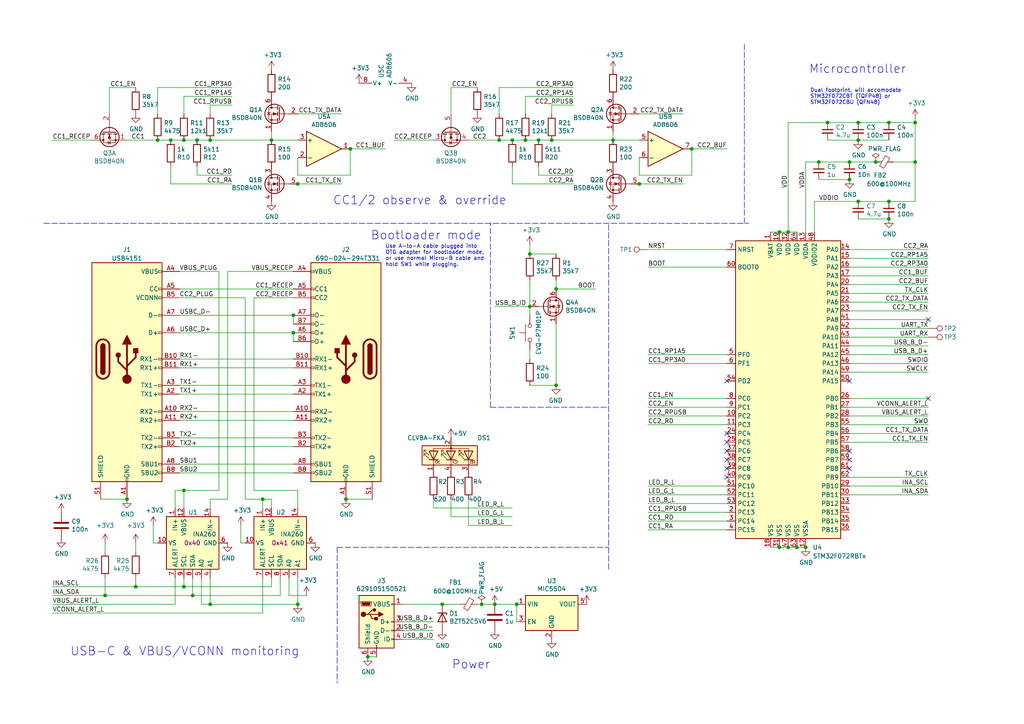
<source format=kicad_sch>
(kicad_sch (version 20211123) (generator eeschema)
  (paper "A4")
  (junction (at 30.48 172.72))
  (junction (at 143.51 175.26))
  (junction (at 86.36 53.34))
  (junction (at 246.38 46.99))
  (junction (at 254 46.99))
  (junction (at 240.03 35.56))
  (junction (at 160.02 40.64))
  (junction (at 248.92 40.64))
  (junction (at 53.34 40.64))
  (junction (at 45.72 40.64))
  (junction (at 161.29 83.82))
  (junction (at 139.7 175.26))
  (junction (at 36.83 144.78))
  (junction (at 200.66 43.18))
  (junction (at 100.33 144.78))
  (junction (at 149.86 175.26))
  (junction (at 39.37 170.18))
  (junction (at 237.49 46.99))
  (junction (at 228.6 67.31))
  (junction (at 76.2 144.78))
  (junction (at 55.88 172.72))
  (junction (at 161.29 111.76))
  (junction (at 226.06 67.31))
  (junction (at 53.34 170.18))
  (junction (at 60.96 175.26))
  (junction (at 106.68 190.5))
  (junction (at 246.38 52.07))
  (junction (at 226.06 158.75))
  (junction (at 144.78 40.64))
  (junction (at 128.27 175.26))
  (junction (at 85.09 91.44))
  (junction (at 148.59 40.64))
  (junction (at 60.96 40.64))
  (junction (at 85.09 96.52))
  (junction (at 257.81 58.42))
  (junction (at 265.43 46.99))
  (junction (at 153.67 73.66))
  (junction (at 265.43 35.56))
  (junction (at 185.42 53.34))
  (junction (at 257.81 35.56))
  (junction (at 248.92 35.56))
  (junction (at 53.34 142.24))
  (junction (at 152.4 40.64))
  (junction (at 49.53 40.64))
  (junction (at 228.6 158.75))
  (junction (at 101.6 43.18))
  (junction (at 86.36 175.26))
  (junction (at 248.92 58.42))
  (junction (at 231.14 158.75))
  (junction (at 257.81 63.5))
  (junction (at 156.21 40.64))
  (junction (at 57.15 40.64))
  (junction (at 233.68 158.75))
  (junction (at 153.67 88.9))
  (junction (at 177.8 40.64))
  (junction (at 78.74 40.64))
  (no_connect (at 269.24 115.57))
  (no_connect (at 246.38 135.89))
  (no_connect (at 246.38 110.49))
  (no_connect (at 210.82 110.49))
  (no_connect (at 210.82 128.27))
  (no_connect (at 210.82 125.73))
  (no_connect (at 210.82 130.81))
  (no_connect (at 210.82 133.35))
  (no_connect (at 210.82 135.89))
  (no_connect (at 210.82 138.43))
  (no_connect (at 246.38 130.81))
  (no_connect (at 246.38 133.35))
  (no_connect (at 269.24 92.71))
  (wire (pts (xy 246.38 128.27) (xy 269.24 128.27)))
  (wire (pts (xy 106.68 190.5) (xy 109.22 190.5)))
  (wire (pts (xy 44.45 152.4) (xy 44.45 157.48)))
  (wire (pts (xy 52.07 83.82) (xy 85.09 83.82)))
  (wire (pts (xy 257.81 35.56) (xy 248.92 35.56)))
  (wire (pts (xy 240.03 40.64) (xy 248.92 40.64)))
  (wire (pts (xy 52.07 106.68) (xy 85.09 106.68)))
  (wire (pts (xy 30.48 167.64) (xy 30.48 172.72)))
  (wire (pts (xy 76.2 144.78) (xy 71.12 144.78)))
  (wire (pts (xy 73.66 86.36) (xy 85.09 86.36)))
  (wire (pts (xy 50.8 142.24) (xy 53.34 142.24)))
  (wire (pts (xy 160.02 30.48) (xy 166.37 30.48)))
  (wire (pts (xy 269.24 143.51) (xy 246.38 143.51)))
  (wire (pts (xy 60.96 144.78) (xy 66.04 144.78)))
  (wire (pts (xy 78.74 40.64) (xy 78.74 38.1)))
  (wire (pts (xy 265.43 46.99) (xy 259.08 46.99)))
  (wire (pts (xy 269.24 77.47) (xy 246.38 77.47)))
  (wire (pts (xy 76.2 177.8) (xy 15.24 177.8)))
  (wire (pts (xy 53.34 167.64) (xy 53.34 170.18)))
  (wire (pts (xy 15.24 172.72) (xy 30.48 172.72)))
  (wire (pts (xy 148.59 53.34) (xy 166.37 53.34)))
  (wire (pts (xy 50.8 175.26) (xy 15.24 175.26)))
  (wire (pts (xy 185.42 50.8) (xy 200.66 50.8)))
  (wire (pts (xy 76.2 167.64) (xy 76.2 177.8)))
  (wire (pts (xy 49.53 48.26) (xy 49.53 53.34)))
  (wire (pts (xy 185.42 40.64) (xy 177.8 40.64)))
  (wire (pts (xy 200.66 43.18) (xy 210.82 43.18)))
  (wire (pts (xy 236.22 67.31) (xy 236.22 58.42)))
  (wire (pts (xy 86.36 142.24) (xy 73.66 142.24)))
  (wire (pts (xy 130.81 33.02) (xy 130.81 25.4)))
  (wire (pts (xy 78.74 147.32) (xy 78.74 144.78)))
  (wire (pts (xy 57.15 40.64) (xy 60.96 40.64)))
  (wire (pts (xy 60.96 175.26) (xy 86.36 175.26)))
  (wire (pts (xy 135.89 40.64) (xy 144.78 40.64)))
  (wire (pts (xy 187.96 105.41) (xy 210.82 105.41)))
  (wire (pts (xy 55.88 167.64) (xy 55.88 172.72)))
  (wire (pts (xy 53.34 147.32) (xy 53.34 142.24)))
  (wire (pts (xy 246.38 115.57) (xy 269.24 115.57)))
  (wire (pts (xy 39.37 170.18) (xy 53.34 170.18)))
  (wire (pts (xy 52.07 114.3) (xy 85.09 114.3)))
  (wire (pts (xy 86.36 50.8) (xy 101.6 50.8)))
  (wire (pts (xy 85.09 78.74) (xy 66.04 78.74)))
  (wire (pts (xy 135.89 152.4) (xy 148.59 152.4)))
  (wire (pts (xy 226.06 158.75) (xy 228.6 158.75)))
  (wire (pts (xy 248.92 58.42) (xy 257.81 58.42)))
  (wire (pts (xy 187.96 120.65) (xy 210.82 120.65)))
  (wire (pts (xy 78.74 40.64) (xy 60.96 40.64)))
  (wire (pts (xy 83.82 167.64) (xy 83.82 172.72)))
  (wire (pts (xy 223.52 158.75) (xy 226.06 158.75)))
  (wire (pts (xy 57.15 50.8) (xy 67.31 50.8)))
  (wire (pts (xy 153.67 111.76) (xy 161.29 111.76)))
  (wire (pts (xy 36.83 40.64) (xy 45.72 40.64)))
  (wire (pts (xy 210.82 115.57) (xy 187.96 115.57)))
  (wire (pts (xy 26.67 40.64) (xy 15.24 40.64)))
  (wire (pts (xy 60.96 147.32) (xy 60.96 144.78)))
  (wire (pts (xy 85.09 53.34) (xy 86.36 53.34)))
  (wire (pts (xy 69.85 152.4) (xy 69.85 157.48)))
  (wire (pts (xy 153.67 71.12) (xy 153.67 73.66)))
  (wire (pts (xy 50.8 167.64) (xy 50.8 175.26)))
  (wire (pts (xy 58.42 167.64) (xy 58.42 175.26)))
  (wire (pts (xy 246.38 123.19) (xy 269.24 123.19)))
  (wire (pts (xy 187.96 143.51) (xy 210.82 143.51)))
  (wire (pts (xy 257.81 40.64) (xy 248.92 40.64)))
  (wire (pts (xy 228.6 158.75) (xy 231.14 158.75)))
  (wire (pts (xy 116.84 185.42) (xy 125.73 185.42)))
  (polyline (pts (xy 142.24 118.11) (xy 142.24 64.77)))
  (wire (pts (xy 49.53 40.64) (xy 53.34 40.64)))
  (wire (pts (xy 29.21 144.78) (xy 36.83 144.78)))
  (wire (pts (xy 269.24 72.39) (xy 246.38 72.39)))
  (wire (pts (xy 269.24 74.93) (xy 246.38 74.93)))
  (wire (pts (xy 44.45 157.48) (xy 45.72 157.48)))
  (wire (pts (xy 52.07 96.52) (xy 85.09 96.52)))
  (wire (pts (xy 237.49 46.99) (xy 233.68 46.99)))
  (wire (pts (xy 138.43 175.26) (xy 139.7 175.26)))
  (wire (pts (xy 50.8 147.32) (xy 50.8 142.24)))
  (wire (pts (xy 187.96 77.47) (xy 210.82 77.47)))
  (wire (pts (xy 45.72 33.02) (xy 45.72 25.4)))
  (wire (pts (xy 149.86 175.26) (xy 149.86 180.34)))
  (wire (pts (xy 228.6 35.56) (xy 240.03 35.56)))
  (wire (pts (xy 265.43 35.56) (xy 265.43 46.99)))
  (polyline (pts (xy 176.53 165.1) (xy 176.53 64.77)))
  (wire (pts (xy 49.53 53.34) (xy 67.31 53.34)))
  (wire (pts (xy 71.12 144.78) (xy 71.12 86.36)))
  (wire (pts (xy 81.28 172.72) (xy 55.88 172.72)))
  (wire (pts (xy 185.42 33.02) (xy 198.12 33.02)))
  (wire (pts (xy 116.84 180.34) (xy 125.73 180.34)))
  (wire (pts (xy 231.14 158.75) (xy 233.68 158.75)))
  (wire (pts (xy 144.78 25.4) (xy 166.37 25.4)))
  (wire (pts (xy 265.43 35.56) (xy 257.81 35.56)))
  (wire (pts (xy 246.38 87.63) (xy 269.24 87.63)))
  (wire (pts (xy 86.36 40.64) (xy 78.74 40.64)))
  (wire (pts (xy 52.07 121.92) (xy 85.09 121.92)))
  (wire (pts (xy 60.96 30.48) (xy 67.31 30.48)))
  (wire (pts (xy 248.92 35.56) (xy 240.03 35.56)))
  (wire (pts (xy 52.07 91.44) (xy 85.09 91.44)))
  (wire (pts (xy 125.73 144.78) (xy 125.73 147.32)))
  (wire (pts (xy 160.02 33.02) (xy 160.02 30.48)))
  (wire (pts (xy 143.51 175.26) (xy 149.86 175.26)))
  (wire (pts (xy 246.38 90.17) (xy 269.24 90.17)))
  (wire (pts (xy 269.24 105.41) (xy 246.38 105.41)))
  (wire (pts (xy 161.29 111.76) (xy 161.29 93.98)))
  (wire (pts (xy 30.48 172.72) (xy 55.88 172.72)))
  (wire (pts (xy 200.66 50.8) (xy 200.66 43.18)))
  (wire (pts (xy 15.24 170.18) (xy 39.37 170.18)))
  (wire (pts (xy 231.14 67.31) (xy 228.6 67.31)))
  (wire (pts (xy 246.38 92.71) (xy 269.24 92.71)))
  (wire (pts (xy 66.04 78.74) (xy 66.04 144.78)))
  (wire (pts (xy 52.07 137.16) (xy 85.09 137.16)))
  (wire (pts (xy 130.81 149.86) (xy 148.59 149.86)))
  (wire (pts (xy 210.82 118.11) (xy 187.96 118.11)))
  (wire (pts (xy 246.38 52.07) (xy 237.49 52.07)))
  (wire (pts (xy 269.24 125.73) (xy 246.38 125.73)))
  (wire (pts (xy 60.96 33.02) (xy 60.96 30.48)))
  (wire (pts (xy 161.29 83.82) (xy 172.72 83.82)))
  (wire (pts (xy 269.24 138.43) (xy 246.38 138.43)))
  (wire (pts (xy 128.27 175.26) (xy 133.35 175.26)))
  (wire (pts (xy 86.36 33.02) (xy 99.06 33.02)))
  (wire (pts (xy 156.21 48.26) (xy 156.21 50.8)))
  (wire (pts (xy 269.24 118.11) (xy 246.38 118.11)))
  (wire (pts (xy 246.38 46.99) (xy 237.49 46.99)))
  (wire (pts (xy 187.96 123.19) (xy 210.82 123.19)))
  (wire (pts (xy 69.85 157.48) (xy 71.12 157.48)))
  (wire (pts (xy 130.81 144.78) (xy 130.81 149.86)))
  (wire (pts (xy 152.4 27.94) (xy 166.37 27.94)))
  (wire (pts (xy 153.67 88.9) (xy 153.67 91.44)))
  (wire (pts (xy 185.42 45.72) (xy 185.42 50.8)))
  (wire (pts (xy 78.74 170.18) (xy 53.34 170.18)))
  (wire (pts (xy 153.67 81.28) (xy 153.67 88.9)))
  (wire (pts (xy 153.67 73.66) (xy 161.29 73.66)))
  (wire (pts (xy 45.72 40.64) (xy 49.53 40.64)))
  (wire (pts (xy 45.72 25.4) (xy 67.31 25.4)))
  (wire (pts (xy 73.66 142.24) (xy 73.66 86.36)))
  (wire (pts (xy 101.6 43.18) (xy 111.76 43.18)))
  (wire (pts (xy 52.07 129.54) (xy 85.09 129.54)))
  (wire (pts (xy 223.52 67.31) (xy 226.06 67.31)))
  (wire (pts (xy 269.24 120.65) (xy 246.38 120.65)))
  (wire (pts (xy 144.78 40.64) (xy 148.59 40.64)))
  (wire (pts (xy 269.24 100.33) (xy 246.38 100.33)))
  (wire (pts (xy 135.89 144.78) (xy 135.89 152.4)))
  (wire (pts (xy 248.92 63.5) (xy 257.81 63.5)))
  (wire (pts (xy 144.78 33.02) (xy 144.78 25.4)))
  (wire (pts (xy 52.07 119.38) (xy 85.09 119.38)))
  (wire (pts (xy 52.07 104.14) (xy 85.09 104.14)))
  (polyline (pts (xy 97.79 158.75) (xy 97.79 198.12)))
  (wire (pts (xy 86.36 53.34) (xy 99.06 53.34)))
  (wire (pts (xy 71.12 86.36) (xy 52.07 86.36)))
  (wire (pts (xy 125.73 147.32) (xy 148.59 147.32)))
  (wire (pts (xy 177.8 40.64) (xy 177.8 38.1)))
  (wire (pts (xy 39.37 167.64) (xy 39.37 170.18)))
  (wire (pts (xy 233.68 46.99) (xy 233.68 67.31)))
  (wire (pts (xy 254 46.99) (xy 246.38 46.99)))
  (wire (pts (xy 269.24 140.97) (xy 246.38 140.97)))
  (wire (pts (xy 187.96 140.97) (xy 210.82 140.97)))
  (wire (pts (xy 187.96 151.13) (xy 210.82 151.13)))
  (wire (pts (xy 58.42 175.26) (xy 60.96 175.26)))
  (wire (pts (xy 63.5 78.74) (xy 52.07 78.74)))
  (wire (pts (xy 153.67 88.9) (xy 143.51 88.9)))
  (wire (pts (xy 100.33 144.78) (xy 107.95 144.78)))
  (wire (pts (xy 53.34 40.64) (xy 57.15 40.64)))
  (wire (pts (xy 185.42 53.34) (xy 198.12 53.34)))
  (wire (pts (xy 63.5 142.24) (xy 63.5 78.74)))
  (wire (pts (xy 187.96 102.87) (xy 210.82 102.87)))
  (wire (pts (xy 236.22 58.42) (xy 248.92 58.42)))
  (wire (pts (xy 246.38 107.95) (xy 269.24 107.95)))
  (wire (pts (xy 187.96 153.67) (xy 210.82 153.67)))
  (wire (pts (xy 246.38 102.87) (xy 269.24 102.87)))
  (wire (pts (xy 52.07 127) (xy 85.09 127)))
  (wire (pts (xy 187.96 146.05) (xy 210.82 146.05)))
  (wire (pts (xy 161.29 81.28) (xy 161.29 83.82)))
  (wire (pts (xy 53.34 33.02) (xy 53.34 27.94)))
  (wire (pts (xy 269.24 80.01) (xy 246.38 80.01)))
  (wire (pts (xy 228.6 35.56) (xy 228.6 67.31)))
  (wire (pts (xy 86.36 142.24) (xy 86.36 147.32)))
  (wire (pts (xy 153.67 101.6) (xy 153.67 104.14)))
  (wire (pts (xy 101.6 50.8) (xy 101.6 43.18)))
  (wire (pts (xy 85.09 93.98) (xy 85.09 91.44)))
  (wire (pts (xy 269.24 82.55) (xy 246.38 82.55)))
  (wire (pts (xy 156.21 40.64) (xy 160.02 40.64)))
  (wire (pts (xy 265.43 58.42) (xy 257.81 58.42)))
  (wire (pts (xy 30.48 157.48) (xy 30.48 160.02)))
  (wire (pts (xy 116.84 182.88) (xy 125.73 182.88)))
  (wire (pts (xy 265.43 34.29) (xy 265.43 35.56)))
  (wire (pts (xy 152.4 40.64) (xy 156.21 40.64)))
  (wire (pts (xy 269.24 95.25) (xy 246.38 95.25)))
  (wire (pts (xy 76.2 147.32) (xy 76.2 144.78)))
  (wire (pts (xy 177.8 40.64) (xy 160.02 40.64)))
  (wire (pts (xy 228.6 67.31) (xy 226.06 67.31)))
  (wire (pts (xy 187.96 148.59) (xy 210.82 148.59)))
  (wire (pts (xy 265.43 46.99) (xy 265.43 58.42)))
  (wire (pts (xy 78.74 167.64) (xy 78.74 170.18)))
  (wire (pts (xy 139.7 175.26) (xy 143.51 175.26)))
  (wire (pts (xy 57.15 48.26) (xy 57.15 50.8)))
  (wire (pts (xy 78.74 144.78) (xy 76.2 144.78)))
  (wire (pts (xy 52.07 134.62) (xy 85.09 134.62)))
  (wire (pts (xy 269.24 85.09) (xy 246.38 85.09)))
  (wire (pts (xy 148.59 48.26) (xy 148.59 53.34)))
  (polyline (pts (xy 12.7 64.77) (xy 217.17 64.77)))
  (wire (pts (xy 187.96 72.39) (xy 210.82 72.39)))
  (wire (pts (xy 85.09 99.06) (xy 85.09 96.52)))
  (wire (pts (xy 53.34 27.94) (xy 67.31 27.94)))
  (wire (pts (xy 52.07 111.76) (xy 85.09 111.76)))
  (wire (pts (xy 152.4 33.02) (xy 152.4 27.94)))
  (wire (pts (xy 83.82 172.72) (xy 88.9 172.72)))
  (wire (pts (xy 60.96 167.64) (xy 60.96 175.26)))
  (wire (pts (xy 148.59 40.64) (xy 152.4 40.64)))
  (wire (pts (xy 116.84 175.26) (xy 128.27 175.26)))
  (wire (pts (xy 156.21 50.8) (xy 166.37 50.8)))
  (polyline (pts (xy 97.79 158.75) (xy 176.53 158.75)))
  (wire (pts (xy 31.75 33.02) (xy 31.75 25.4)))
  (wire (pts (xy 86.36 175.26) (xy 86.36 167.64)))
  (polyline (pts (xy 215.9 64.77) (xy 215.9 12.7)))
  (wire (pts (xy 31.75 25.4) (xy 39.37 25.4)))
  (wire (pts (xy 130.81 25.4) (xy 138.43 25.4)))
  (wire (pts (xy 53.34 142.24) (xy 63.5 142.24)))
  (wire (pts (xy 125.73 40.64) (xy 114.3 40.64)))
  (polyline (pts (xy 142.24 118.11) (xy 176.53 118.11)))
  (wire (pts (xy 184.15 53.34) (xy 185.42 53.34)))
  (wire (pts (xy 81.28 167.64) (xy 81.28 172.72)))
  (wire (pts (xy 39.37 160.02) (xy 39.37 157.48)))
  (wire (pts (xy 246.38 97.79) (xy 269.24 97.79)))
  (wire (pts (xy 86.36 45.72) (xy 86.36 50.8)))
  (text "Bootloader mode" (at 139.7 69.85 180) (effects (font (size 2.4892 2.4892)) (justify right bottom)))
  (text "Dual footprint, will accomodate\nSTM32F072CBT (TQFP48) or\nSTM32F072CBU (QFN48)" (at 234.95 30.48 0) (effects (font (size 1.0922 1.0922)) (justify left bottom)))
  (text "Power" (at 142.24 194.31 180) (effects (font (size 2.4892 2.4892)) (justify right bottom)))
  (text "Use A-to-A cable plugged into\nOTG adapter for bootloader mode,\nor use normal Micro-B cable and\nhold SW1 while plugging." (at 111.76 77.47 0) (effects (font (size 1.0922 1.0922)) (justify left bottom)))
  (text "Microcontroller" (at 262.89 21.59 180) (effects (font (size 2.4892 2.4892)) (justify right bottom)))
  (text "USB-C & VBUS/VCONN monitoring" (at 20.32 190.5 0) (effects (font (size 2.4892 2.4892)) (justify left bottom)))
  (text "CC1/2 observe & override" (at 96.52 59.69 0) (effects (font (size 2.4892 2.4892)) (justify left bottom)))
  (label "INA_SDA" (at 15.24 172.72 0))
  (label "INA_SCL" (at 269.24 140.97 180))
  (label "VBUS_ALERT_L" (at 269.24 120.65 180))
  (label "LED_G_L" (at 138.43 149.86 0))
  (label "VBUS_RECEP" (at 85.09 78.74 180))
  (label "VBUS_ALERT_L" (at 15.24 175.26 0))
  (label "USB_B_D+" (at 269.24 102.87 180))
  (label "CC1_TX_DATA" (at 99.06 33.02 180))
  (label "CC1_RP1A5" (at 67.31 27.94 180))
  (label "CC2_RP3A0" (at 166.37 25.4 180))
  (label "VDD" (at 228.6 54.61 90))
  (label "TX_CLK" (at 269.24 138.43 180))
  (label "RX2+" (at 52.07 121.92 0))
  (label "CC2_PLUG" (at 52.07 86.36 0))
  (label "UART_TX" (at 269.24 95.25 180))
  (label "CC1_RD" (at 67.31 50.8 180))
  (label "CC2_RPUSB" (at 166.37 30.48 180))
  (label "TX1-" (at 52.07 111.76 0))
  (label "USB_B_ID" (at 125.73 185.42 180))
  (label "VDDIO" (at 237.49 58.42 0))
  (label "UART_RX" (at 269.24 97.79 180))
  (label "CC1_BUF" (at 269.24 80.01 180))
  (label "CC1_EN" (at 187.96 115.57 0))
  (label "SWCLK" (at 269.24 107.95 180))
  (label "CC1_TX_EN" (at 99.06 53.34 180))
  (label "RX2-" (at 52.07 119.38 0))
  (label "CC2_RP3A0" (at 269.24 77.47 180))
  (label "VCONN_ALERT_L" (at 15.24 177.8 0))
  (label "VCONN_ALERT_L" (at 269.24 118.11 180))
  (label "INA_SDA" (at 269.24 143.51 180))
  (label "CC2_TX_DATA" (at 198.12 33.02 180))
  (label "LED_G_L" (at 187.96 143.51 0))
  (label "CC1" (at 38.1 40.64 0))
  (label "CC2_BUF" (at 269.24 82.55 180))
  (label "TX2+" (at 52.07 129.54 0))
  (label "LED_R_L" (at 138.43 147.32 0))
  (label "USB_B_ID" (at 143.51 88.9 0))
  (label "INA_SCL" (at 15.24 170.18 0))
  (label "TX_CLK" (at 269.24 85.09 180))
  (label "CC1_TX_EN" (at 269.24 128.27 180))
  (label "VDDA" (at 233.68 54.61 90))
  (label "CC2_RPUSB" (at 187.96 120.65 0))
  (label "CC2_RA" (at 166.37 53.34 180))
  (label "SWDIO" (at 269.24 105.41 180))
  (label "CC1_RPUSB" (at 67.31 30.48 180))
  (label "CC2_TX_EN" (at 198.12 53.34 180))
  (label "CC1_RP3A0" (at 67.31 25.4 180))
  (label "RX1+" (at 52.07 106.68 0))
  (label "CC2_EN" (at 187.96 118.11 0))
  (label "LED_R_L" (at 187.96 140.97 0))
  (label "CC2_EN" (at 138.43 25.4 180))
  (label "LED_B_L" (at 138.43 152.4 0))
  (label "CC1_RP3A0" (at 187.96 105.41 0))
  (label "VBUS_PLUG" (at 52.07 78.74 0))
  (label "CC1_RA" (at 187.96 153.67 0))
  (label "CC2_RP1A5" (at 269.24 74.93 180))
  (label "BOOT" (at 172.72 83.82 180))
  (label "SWO" (at 269.24 123.19 180))
  (label "CC2_RD" (at 166.37 50.8 180))
  (label "LED_B_L" (at 187.96 146.05 0))
  (label "USB_B_D-" (at 125.73 182.88 180))
  (label "CC1_BUF" (at 111.76 43.18 180))
  (label "CC2" (at 137.16 40.64 0))
  (label "CC2_RD" (at 187.96 123.19 0))
  (label "CC2_BUF" (at 210.82 43.18 180))
  (label "USB_B_D-" (at 269.24 100.33 180))
  (label "CC1_RA" (at 67.31 53.34 180))
  (label "CC2_TX_EN" (at 269.24 90.17 180))
  (label "SBU2" (at 52.07 137.16 0))
  (label "CC2_RECEP" (at 85.09 86.36 180))
  (label "TX2-" (at 52.07 127 0))
  (label "USB_B_D+" (at 125.73 180.34 180))
  (label "SBU1" (at 52.07 134.62 0))
  (label "BOOT" (at 187.96 77.47 0))
  (label "CC1_RECEP" (at 15.24 40.64 0))
  (label "NRST" (at 187.96 72.39 0))
  (label "CC1_RPUSB" (at 187.96 148.59 0))
  (label "USBC_D+" (at 52.07 96.52 0))
  (label "CC1_RECEP" (at 85.09 83.82 180))
  (label "CC1_RP1A5" (at 187.96 102.87 0))
  (label "CC1_TX_DATA" (at 269.24 125.73 180))
  (label "CC2_RECEP" (at 114.3 40.64 0))
  (label "TX1+" (at 52.07 114.3 0))
  (label "CC1_EN" (at 39.37 25.4 180))
  (label "CC1_RD" (at 187.96 151.13 0))
  (label "CC2_TX_DATA" (at 269.24 87.63 180))
  (label "CC2_RA" (at 269.24 72.39 180))
  (label "USBC_D-" (at 52.07 91.44 0))
  (label "RX1-" (at 52.07 104.14 0))
  (label "CC2_RP1A5" (at 166.37 27.94 180))
  (symbol (lib_id "twonkie:USB_C_Plug") (at 36.83 104.14 0) (unit 1)
    (property "Reference" "J1" (at 36.83 72.39 0))
    (property "Value" "USB4151" (at 36.83 74.93 0))
    (property "Footprint" "twonkie:USB_C_Plug_Wurth_632712000011" (effects hide))
    (property "Datasheet" "https://www.usb.org/sites/default/files/documents/usb_type-c.zip" (effects hide))
    (property "DigiKey P/N" "2073-USB4151-GF-CCT-ND" (effects hide))
    (property "Manufacturer" "GCT" (effects hide))
    (property "Mfg P/N" "USB4151-GF-C" (effects hide))
  )
  (symbol (lib_id "twonkie:USB_C_Receptacle") (at 100.33 104.14 0) (mirror y) (unit 1)
    (property "Reference" "J2" (at 99.06 72.39 0) (effects (justify right)))
    (property "Value" "690-024-294T331" (at 91.44 74.93 0) (effects (justify right)))
    (property "Footprint" "Connector_USB:USB_C_Receptacle_Amphenol_12401548E4-2A" (effects hide))
    (property "Datasheet" "https://www.usb.org/sites/default/files/documents/usb_type-c.zip" (effects hide))
    (property "DigiKey P/N" "151-1601-1-ND" (effects hide))
    (property "Manufacturer" "EDAC" (effects hide))
    (property "Mfg P/N" "690-024-294T331" (effects hide))
  )
  (symbol (lib_id "Connector:USB_B_Micro") (at 109.22 180.34 0) (unit 1)
    (property "Reference" "J3" (at 110.6678 168.4782 0))
    (property "Value" "629105150521" (at 110.6678 170.7896 0))
    (property "Footprint" "Connector_USB:USB_Micro-B_Wuerth_629105150521" (effects hide))
    (property "DigiKey P/N" "732-5960-1-ND" (effects hide))
    (property "Manufacturer" "Würth" (effects hide))
    (property "Mfg P/N" "629105150521" (effects hide))
  )
  (symbol (lib_id "Device:LED_RABG") (at 130.81 132.08 90) (unit 1)
    (property "Reference" "DS1" (at 138.43 127 90) (effects (justify right)))
    (property "Value" "CLVBA-FKA" (at 118.11 127 90) (effects (justify right)))
    (property "Footprint" "LED_SMD:LED_Cree-PLCC4_3.2x2.8mm_CCW" (effects hide))
    (property "DigiKey P/N" "CLVBA-FKA-CAEDH8BBB7A363CT-ND" (effects hide))
    (property "Manufacturer" "Cree" (effects hide))
    (property "Mfg P/N" "CLVBA-FKA-CAEDH8BBB7A363" (effects hide))
  )
  (symbol (lib_id "Regulator_Linear:MIC5504-3.3YM5") (at 160.02 177.8 0) (unit 1)
    (property "Reference" "U3" (at 160.02 168.4782 0))
    (property "Value" "MIC5504" (at 160.02 170.7896 0))
    (property "Footprint" "Package_TO_SOT_SMD:SOT-23-5" (effects hide))
    (property "Datasheet" "https://www.analog.com/media/en/technical-documentation/data-sheets/AD8610_8620.pdf" (effects hide))
    (property "DigiKey P/N" "576-4764-1-ND" (effects hide))
    (property "Manufacturer" "Microchip" (effects hide))
    (property "Mfg P/N" "MIC5504-3.3YM5-TR" (effects hide))
  )
  (symbol (lib_id "Sensor:INA260") (at 55.88 157.48 90) (mirror x) (unit 1)
    (property "Reference" "U1" (at 54.61 148.59 90) (effects (justify right)))
    (property "Value" "INA260" (at 55.88 154.94 90) (effects (justify right)))
    (property "Footprint" "Package_SO:TSSOP-16_4.4x5mm_P0.65mm" (effects hide))
    (property "Datasheet" "https://www.analog.com/media/en/technical-documentation/data-sheets/AD8610_8620.pdf" (effects hide))
    (property "I2C addr" "0x40" (at 53.34 157.48 90) (effects (justify right)))
    (property "DigiKey P/N" "296-47777-1-ND" (effects hide))
    (property "Manufacturer" "TI" (effects hide))
    (property "Mfg P/N" "INA260AIPWR" (effects hide))
  )
  (symbol (lib_id "Sensor:INA260") (at 81.28 157.48 90) (mirror x) (unit 1)
    (property "Reference" "U2" (at 80.01 148.59 90) (effects (justify right)))
    (property "Value" "INA260" (at 81.28 154.94 90) (effects (justify right)))
    (property "Footprint" "Package_SO:TSSOP-16_4.4x5mm_P0.65mm" (effects hide))
    (property "Datasheet" "https://www.analog.com/media/en/technical-documentation/data-sheets/AD8610_8620.pdf" (effects hide))
    (property "I2C addr" "0x41" (at 78.74 157.48 90) (effects (justify right)))
    (property "DigiKey P/N" "296-47777-1-ND" (effects hide))
    (property "Manufacturer" "TI" (effects hide))
    (property "Mfg P/N" "INA260AIPWR" (effects hide))
  )
  (symbol (lib_id "Diode:BZT52Bxx") (at 128.27 179.07 270) (unit 1)
    (property "Reference" "D1" (at 130.302 177.9016 90) (effects (justify left)))
    (property "Value" "BZT52C5V6" (at 130.302 180.213 90) (effects (justify left)))
    (property "Footprint" "Diode_SMD:D_SOD-123" (effects hide))
    (property "Datasheet" "https://diotec.com/tl_files/diotec/files/pdf/datasheets/bzt52b2v4.pdf" (effects hide))
    (property "DigiKey P/N" "BZT52C5V6-13-FDICT-ND" (effects hide))
    (property "Mfg P/N" "BZT52C5V6-13-F" (effects hide))
    (property "Manufacturer" "Diodes Inc." (effects hide))
  )
  (symbol (lib_id "Transistor_FET:FDG6335N") (at 81.28 33.02 0) (mirror y) (unit 1)
    (property "Reference" "Q1" (at 76.073 31.8516 0) (effects (justify left)))
    (property "Value" "BSD840N" (at 76.073 34.163 0) (effects (justify left)))
    (property "Footprint" "Package_TO_SOT_SMD:SOT-363_SC-70-6" (effects hide))
    (property "Datasheet" "http://www.gneic.com/product/datasheet/FDG6335N-1122853.pdf" (effects hide))
    (property "DigiKey P/N" "BSD840NH6327XTSA1CT-ND" (effects hide))
    (property "Manufacturer" "Infineon" (effects hide))
    (property "Mfg P/N" "BSD840NH6327XTSA1" (effects hide))
  )
  (symbol (lib_id "Amplifier_Operational:AD8620") (at 93.98 43.18 0) (unit 1)
    (property "Reference" "U5" (at 93.98 33.8582 0))
    (property "Value" "AD8606" (at 93.98 36.1696 0))
    (property "Footprint" "Package_SO:MSOP-8_3x3mm_P0.65mm" (effects hide))
    (property "Datasheet" "https://www.analog.com/media/en/technical-documentation/data-sheets/AD8610_8620.pdf" (effects hide))
    (property "DigiKey P/N" "AD8606ARMZREELCT-ND" (effects hide))
    (property "Manufacturer" "Analog Devices" (effects hide))
    (property "Mfg P/N" "AD8606ARMZ-REEL" (effects hide))
  )
  (symbol (lib_id "power:GND") (at 100.33 144.78 0) (unit 1)
    (property "Reference" "#PWR0101" (effects hide))
    (property "Value" "GND" (at 100.457 149.1742 0))
  )
  (symbol (lib_id "power:GND") (at 36.83 144.78 0) (unit 1)
    (property "Reference" "#PWR0102" (effects hide))
    (property "Value" "GND" (at 36.957 149.1742 0))
  )
  (symbol (lib_id "power:+3V3") (at 44.45 152.4 0) (unit 1)
    (property "Reference" "#PWR0103" (effects hide))
    (property "Value" "+3V3" (at 44.831 148.0058 0))
  )
  (symbol (lib_id "power:+3V3") (at 69.85 152.4 0) (unit 1)
    (property "Reference" "#PWR0104" (effects hide))
    (property "Value" "+3V3" (at 70.231 148.0058 0))
  )
  (symbol (lib_id "power:GND") (at 91.44 157.48 0) (unit 1)
    (property "Reference" "#PWR0105" (effects hide))
    (property "Value" "GND" (at 91.567 161.8742 0))
  )
  (symbol (lib_id "power:GND") (at 66.04 157.48 0) (unit 1)
    (property "Reference" "#PWR0106" (effects hide))
    (property "Value" "GND" (at 66.167 161.8742 0))
  )
  (symbol (lib_id "power:GND") (at 86.36 175.26 0) (unit 1)
    (property "Reference" "#PWR0107" (effects hide))
    (property "Value" "GND" (at 86.487 179.6542 0))
  )
  (symbol (lib_id "power:+3V3") (at 88.9 172.72 0) (unit 1)
    (property "Reference" "#PWR0108" (effects hide))
    (property "Value" "+3V3" (at 89.281 168.3258 0))
  )
  (symbol (lib_id "Device:Ferrite_Bead_Small") (at 135.89 175.26 270) (unit 1)
    (property "Reference" "FB1" (at 132.08 168.91 90))
    (property "Value" "600@100MHz" (at 132.08 171.45 90))
    (property "Footprint" "Inductor_SMD:L_0402_1005Metric" (effects hide))
    (property "DigiKey P/N" "490-1006-1-ND" (effects hide))
    (property "Mfg P/N" "BLM15AG601SN1D" (effects hide))
    (property "Manufacturer" "MuRata" (effects hide))
  )
  (symbol (lib_id "Device:C") (at 143.51 179.07 0) (unit 1)
    (property "Reference" "C1" (at 146.431 177.9016 0) (effects (justify left)))
    (property "Value" "1u" (at 146.431 180.213 0) (effects (justify left)))
    (property "Footprint" "Capacitor_SMD:C_0402_1005Metric" (effects hide))
    (property "DigiKey P/N" "1276-1235-1-ND" (effects hide))
    (property "Manufacturer" "Samsung Electro-Mechanics" (effects hide))
    (property "Mfg P/N" "CL05A105MQ5NNNC" (effects hide))
  )
  (symbol (lib_id "power:GND") (at 106.68 190.5 0) (unit 1)
    (property "Reference" "#PWR0109" (effects hide))
    (property "Value" "GND" (at 106.807 194.8942 0))
  )
  (symbol (lib_id "power:GND") (at 128.27 182.88 0) (unit 1)
    (property "Reference" "#PWR0110" (effects hide))
    (property "Value" "GND" (at 128.397 187.2742 0))
  )
  (symbol (lib_id "power:GND") (at 143.51 182.88 0) (unit 1)
    (property "Reference" "#PWR0111" (effects hide))
    (property "Value" "GND" (at 143.637 187.2742 0))
  )
  (symbol (lib_id "power:GND") (at 160.02 185.42 0) (unit 1)
    (property "Reference" "#PWR0112" (effects hide))
    (property "Value" "GND" (at 160.147 189.8142 0))
  )
  (symbol (lib_id "power:+3V3") (at 170.18 175.26 0) (unit 1)
    (property "Reference" "#PWR0113" (effects hide))
    (property "Value" "+3V3" (at 170.561 170.8658 0))
  )
  (symbol (lib_id "power:+5V") (at 143.51 175.26 0) (unit 1)
    (property "Reference" "#PWR0114" (effects hide))
    (property "Value" "+5V" (at 143.891 170.8658 0))
  )
  (symbol (lib_id "power:+5V") (at 130.81 127 0) (unit 1)
    (property "Reference" "#PWR0115" (effects hide))
    (property "Value" "+5V" (at 133.35 125.73 0))
  )
  (symbol (lib_id "Device:R") (at 78.74 44.45 0) (unit 1)
    (property "Reference" "R15" (at 80.518 43.2816 0) (effects (justify left)))
    (property "Value" "100" (at 80.518 45.593 0) (effects (justify left)))
    (property "Footprint" "Resistor_SMD:R_0402_1005Metric" (effects hide))
    (property "Mfg P/N" "RC0402FR-07100RL" (effects hide))
    (property "Manufacturer" "Yageo" (effects hide))
  )
  (symbol (lib_id "Transistor_FET:FDG6335N") (at 81.28 53.34 0) (mirror y) (unit 2)
    (property "Reference" "Q1" (at 76.073 52.1716 0) (effects (justify left)))
    (property "Value" "BSD840N" (at 76.073 54.483 0) (effects (justify left)))
    (property "Footprint" "Package_TO_SOT_SMD:SOT-363_SC-70-6" (effects hide))
    (property "Datasheet" "http://www.gneic.com/product/datasheet/FDG6335N-1122853.pdf" (effects hide))
    (property "DigiKey P/N" "BSD840NH6327XTSA1CT-ND" (effects hide))
    (property "Manufacturer" "Infineon" (effects hide))
    (property "Mfg P/N" "BSD840NH6327XTSA1" (effects hide))
  )
  (symbol (lib_id "Device:R") (at 60.96 36.83 0) (unit 1)
    (property "Reference" "R13" (at 62.738 35.6616 0) (effects (justify left)))
    (property "Value" "35k7" (at 62.738 37.973 0) (effects (justify left)))
    (property "Footprint" "Resistor_SMD:R_0402_1005Metric" (effects hide))
    (property "Mfg P/N" "RC0402FR-0735K7L" (effects hide))
    (property "Manufacturer" "Yageo" (effects hide))
  )
  (symbol (lib_id "Device:R") (at 57.15 44.45 0) (mirror x) (unit 1)
    (property "Reference" "R12" (at 58.928 45.6184 0) (effects (justify left)))
    (property "Value" "5k11" (at 58.928 43.307 0) (effects (justify left)))
    (property "Footprint" "Resistor_SMD:R_0402_1005Metric" (effects hide))
    (property "Mfg P/N" "RC0402FR-075K11L" (effects hide))
    (property "Manufacturer" "Yageo" (effects hide))
  )
  (symbol (lib_id "Device:R") (at 53.34 36.83 0) (unit 1)
    (property "Reference" "R11" (at 55.118 35.6616 0) (effects (justify left)))
    (property "Value" "12k1" (at 55.118 37.973 0) (effects (justify left)))
    (property "Footprint" "Resistor_SMD:R_0402_1005Metric" (effects hide))
    (property "Mfg P/N" "RC0402FR-0712K1L" (effects hide))
    (property "Manufacturer" "Yageo" (effects hide))
  )
  (symbol (lib_id "Device:R") (at 49.53 44.45 0) (mirror x) (unit 1)
    (property "Reference" "R10" (at 51.308 45.6184 0) (effects (justify left)))
    (property "Value" "1k" (at 51.308 43.307 0) (effects (justify left)))
    (property "Footprint" "Resistor_SMD:R_0402_1005Metric" (effects hide))
    (property "Mfg P/N" "RC0402FR-071KL" (effects hide))
    (property "Manufacturer" "Yageo" (effects hide))
  )
  (symbol (lib_id "Device:R") (at 45.72 36.83 0) (unit 1)
    (property "Reference" "R9" (at 47.498 35.6616 0) (effects (justify left)))
    (property "Value" "4k75" (at 47.498 37.973 0) (effects (justify left)))
    (property "Footprint" "Resistor_SMD:R_0402_1005Metric" (effects hide))
    (property "Mfg P/N" "RC0402FR-074K75L" (effects hide))
    (property "Manufacturer" "Yageo" (effects hide))
  )
  (symbol (lib_id "Transistor_FET:FDG6335N") (at 180.34 33.02 0) (mirror y) (unit 1)
    (property "Reference" "Q2" (at 175.133 31.8516 0) (effects (justify left)))
    (property "Value" "BSD840N" (at 175.133 34.163 0) (effects (justify left)))
    (property "Footprint" "Package_TO_SOT_SMD:SOT-363_SC-70-6" (effects hide))
    (property "Datasheet" "http://www.gneic.com/product/datasheet/FDG6335N-1122853.pdf" (effects hide))
    (property "DigiKey P/N" "BSD840NH6327XTSA1CT-ND" (effects hide))
    (property "Manufacturer" "Infineon" (effects hide))
    (property "Mfg P/N" "BSD840NH6327XTSA1" (effects hide))
  )
  (symbol (lib_id "Amplifier_Operational:AD8620") (at 193.04 43.18 0) (unit 2)
    (property "Reference" "U5" (at 193.04 33.8582 0))
    (property "Value" "AD8606" (at 193.04 36.1696 0))
    (property "Footprint" "Package_SO:MSOP-8_3x3mm_P0.65mm" (effects hide))
    (property "Datasheet" "https://www.analog.com/media/en/technical-documentation/data-sheets/AD8610_8620.pdf" (effects hide))
    (property "DigiKey P/N" "AD8606ARMZREELCT-ND" (effects hide))
    (property "Manufacturer" "Analog Devices" (effects hide))
    (property "Mfg P/N" "AD8606ARMZ-REEL" (effects hide))
  )
  (symbol (lib_id "Device:R") (at 177.8 44.45 0) (unit 1)
    (property "Reference" "R23" (at 179.578 43.2816 0) (effects (justify left)))
    (property "Value" "100" (at 179.578 45.593 0) (effects (justify left)))
    (property "Footprint" "Resistor_SMD:R_0402_1005Metric" (effects hide))
    (property "Mfg P/N" "RC0402FR-07100RL" (effects hide))
    (property "Manufacturer" "Yageo" (effects hide))
  )
  (symbol (lib_id "Transistor_FET:FDG6335N") (at 180.34 53.34 0) (mirror y) (unit 2)
    (property "Reference" "Q2" (at 175.133 52.1716 0) (effects (justify left)))
    (property "Value" "BSD840N" (at 175.133 54.483 0) (effects (justify left)))
    (property "Footprint" "Package_TO_SOT_SMD:SOT-363_SC-70-6" (effects hide))
    (property "Datasheet" "http://www.gneic.com/product/datasheet/FDG6335N-1122853.pdf" (effects hide))
    (property "DigiKey P/N" "BSD840NH6327XTSA1CT-ND" (effects hide))
    (property "Manufacturer" "Infineon" (effects hide))
    (property "Mfg P/N" "BSD840NH6327XTSA1" (effects hide))
  )
  (symbol (lib_id "Device:R") (at 160.02 36.83 0) (unit 1)
    (property "Reference" "R21" (at 161.798 35.6616 0) (effects (justify left)))
    (property "Value" "35k7" (at 161.798 37.973 0) (effects (justify left)))
    (property "Footprint" "Resistor_SMD:R_0402_1005Metric" (effects hide))
    (property "Mfg P/N" "RC0402FR-0735K7L" (effects hide))
    (property "Manufacturer" "Yageo" (effects hide))
  )
  (symbol (lib_id "Device:R") (at 156.21 44.45 0) (mirror x) (unit 1)
    (property "Reference" "R20" (at 157.988 45.6184 0) (effects (justify left)))
    (property "Value" "5k11" (at 157.988 43.307 0) (effects (justify left)))
    (property "Footprint" "Resistor_SMD:R_0402_1005Metric" (effects hide))
    (property "Mfg P/N" "RC0402FR-075K11L" (effects hide))
    (property "Manufacturer" "Yageo" (effects hide))
  )
  (symbol (lib_id "Device:R") (at 152.4 36.83 0) (unit 1)
    (property "Reference" "R19" (at 154.178 35.6616 0) (effects (justify left)))
    (property "Value" "12k1" (at 154.178 37.973 0) (effects (justify left)))
    (property "Footprint" "Resistor_SMD:R_0402_1005Metric" (effects hide))
    (property "Mfg P/N" "RC0402FR-0712K1L" (effects hide))
    (property "Manufacturer" "Yageo" (effects hide))
  )
  (symbol (lib_id "Device:R") (at 148.59 44.45 0) (mirror x) (unit 1)
    (property "Reference" "R18" (at 150.368 45.6184 0) (effects (justify left)))
    (property "Value" "1k" (at 150.368 43.307 0) (effects (justify left)))
    (property "Footprint" "Resistor_SMD:R_0402_1005Metric" (effects hide))
    (property "Mfg P/N" "RC0402FR-071KL" (effects hide))
    (property "Manufacturer" "Yageo" (effects hide))
  )
  (symbol (lib_id "Device:R") (at 144.78 36.83 0) (unit 1)
    (property "Reference" "R17" (at 146.558 35.6616 0) (effects (justify left)))
    (property "Value" "4k75" (at 146.558 37.973 0) (effects (justify left)))
    (property "Footprint" "Resistor_SMD:R_0402_1005Metric" (effects hide))
    (property "Mfg P/N" "RC0402FR-074K75L" (effects hide))
    (property "Manufacturer" "Yageo" (effects hide))
  )
  (symbol (lib_id "Transistor_FET:FDG6335N") (at 31.75 38.1 90) (mirror x) (unit 1)
    (property "Reference" "Q3" (at 31.75 44.4246 90))
    (property "Value" "BSD840N" (at 31.75 46.736 90))
    (property "Footprint" "Package_TO_SOT_SMD:SOT-363_SC-70-6" (effects hide))
    (property "Datasheet" "http://www.gneic.com/product/datasheet/FDG6335N-1122853.pdf" (effects hide))
    (property "DigiKey P/N" "BSD840NH6327XTSA1CT-ND" (effects hide))
    (property "Manufacturer" "Infineon" (effects hide))
    (property "Mfg P/N" "BSD840NH6327XTSA1" (effects hide))
  )
  (symbol (lib_id "Device:R") (at 39.37 29.21 0) (unit 1)
    (property "Reference" "R8" (at 41.148 28.0416 0) (effects (justify left)))
    (property "Value" "35k7" (at 41.148 30.353 0) (effects (justify left)))
    (property "Footprint" "Resistor_SMD:R_0402_1005Metric" (effects hide))
    (property "Mfg P/N" "RC0402FR-0735K7L" (effects hide))
    (property "Manufacturer" "Yageo" (effects hide))
  )
  (symbol (lib_id "power:GND") (at 39.37 33.02 0) (unit 1)
    (property "Reference" "#PWR0130" (effects hide))
    (property "Value" "GND" (at 39.497 37.4142 0))
  )
  (symbol (lib_id "power:GND") (at 78.74 58.42 0) (unit 1)
    (property "Reference" "#PWR0129" (effects hide))
    (property "Value" "GND" (at 78.867 62.8142 0))
  )
  (symbol (lib_id "power:GND") (at 177.8 58.42 0) (unit 1)
    (property "Reference" "#PWR0128" (effects hide))
    (property "Value" "GND" (at 177.927 62.8142 0))
  )
  (symbol (lib_id "power:+3V3") (at 78.74 20.32 0) (unit 1)
    (property "Reference" "#PWR0131" (effects hide))
    (property "Value" "+3V3" (at 79.121 15.9258 0))
  )
  (symbol (lib_id "Transistor_FET:FDG6335N") (at 130.81 38.1 90) (mirror x) (unit 2)
    (property "Reference" "Q3" (at 130.81 44.4246 90))
    (property "Value" "BSD840N" (at 130.81 46.736 90))
    (property "Footprint" "Package_TO_SOT_SMD:SOT-363_SC-70-6" (effects hide))
    (property "Datasheet" "http://www.gneic.com/product/datasheet/FDG6335N-1122853.pdf" (effects hide))
    (property "DigiKey P/N" "BSD840NH6327XTSA1CT-ND" (effects hide))
    (property "Manufacturer" "Infineon" (effects hide))
    (property "Mfg P/N" "BSD840NH6327XTSA1" (effects hide))
  )
  (symbol (lib_id "Device:R") (at 138.43 29.21 0) (unit 1)
    (property "Reference" "R16" (at 140.208 28.0416 0) (effects (justify left)))
    (property "Value" "35k7" (at 140.208 30.353 0) (effects (justify left)))
    (property "Footprint" "Resistor_SMD:R_0402_1005Metric" (effects hide))
    (property "Mfg P/N" "RC0402FR-0735K7L" (effects hide))
    (property "Manufacturer" "Yageo" (effects hide))
  )
  (symbol (lib_id "power:GND") (at 138.43 33.02 0) (unit 1)
    (property "Reference" "#PWR0127" (effects hide))
    (property "Value" "GND" (at 138.557 37.4142 0))
  )
  (symbol (lib_id "Amplifier_Operational:AD8620") (at 111.76 21.59 90) (unit 3)
    (property "Reference" "U5" (at 110.5916 22.6568 0) (effects (justify left)))
    (property "Value" "AD8606" (at 112.903 22.6568 0) (effects (justify left)))
    (property "Footprint" "Package_SO:MSOP-8_3x3mm_P0.65mm" (effects hide))
    (property "Datasheet" "https://www.analog.com/media/en/technical-documentation/data-sheets/AD8610_8620.pdf" (effects hide))
    (property "DigiKey P/N" "AD8606ARMZREELCT-ND" (effects hide))
    (property "Manufacturer" "Analog Devices" (effects hide))
    (property "Mfg P/N" "AD8606ARMZ-REEL" (effects hide))
  )
  (symbol (lib_id "power:+3V3") (at 104.14 24.13 0) (unit 1)
    (property "Reference" "#PWR0117" (effects hide))
    (property "Value" "+3V3" (at 104.521 19.7358 0))
  )
  (symbol (lib_id "power:GND") (at 119.38 24.13 0) (unit 1)
    (property "Reference" "#PWR0118" (effects hide))
    (property "Value" "GND" (at 119.507 28.5242 0))
  )
  (symbol (lib_id "Device:R") (at 78.74 24.13 180) (unit 1)
    (property "Reference" "R14" (at 80.518 22.9616 0) (effects (justify right)))
    (property "Value" "200" (at 80.518 25.273 0) (effects (justify right)))
    (property "Footprint" "Resistor_SMD:R_0402_1005Metric" (effects hide))
    (property "Mfg P/N" "RC0402FR-07200RL" (effects hide))
    (property "Manufacturer" "Yageo" (effects hide))
  )
  (symbol (lib_id "power:+3V3") (at 177.8 20.32 0) (unit 1)
    (property "Reference" "#PWR0126" (effects hide))
    (property "Value" "+3V3" (at 178.181 15.9258 0))
  )
  (symbol (lib_id "Device:R") (at 177.8 24.13 180) (unit 1)
    (property "Reference" "R22" (at 179.578 22.9616 0) (effects (justify right)))
    (property "Value" "200" (at 179.578 25.273 0) (effects (justify right)))
    (property "Footprint" "Resistor_SMD:R_0402_1005Metric" (effects hide))
    (property "Mfg P/N" "RC0402FR-07200RL" (effects hide))
    (property "Manufacturer" "Yageo" (effects hide))
  )
  (symbol (lib_id "Device:R") (at 153.67 107.95 0) (unit 1)
    (property "Reference" "R24" (at 155.448 106.7816 0) (effects (justify left)))
    (property "Value" "100" (at 155.448 109.093 0) (effects (justify left)))
    (property "Footprint" "Resistor_SMD:R_0402_1005Metric" (effects hide))
    (property "Mfg P/N" "RC0402FR-07100RL" (effects hide))
    (property "Manufacturer" "Yageo" (effects hide))
  )
  (symbol (lib_id "Device:C_Small") (at 240.03 38.1 0) (unit 1)
    (property "Reference" "C2" (at 242.3668 36.9316 0) (effects (justify left)))
    (property "Value" "4.7u" (at 242.3668 39.243 0) (effects (justify left)))
    (property "Footprint" "Capacitor_SMD:C_0402_1005Metric" (effects hide))
    (property "DigiKey P/N" "1276-1481-1-ND" (effects hide))
    (property "Manufacturer" "Samsung Electro-Mechanics" (effects hide))
    (property "Mfg P/N" "CL05A475KQ5NRNC" (effects hide))
  )
  (symbol (lib_id "Device:C_Small") (at 248.92 38.1 0) (unit 1)
    (property "Reference" "C3" (at 251.2568 36.9316 0) (effects (justify left)))
    (property "Value" "100n" (at 251.2568 39.243 0) (effects (justify left)))
    (property "Footprint" "Capacitor_SMD:C_0402_1005Metric" (effects hide))
    (property "DigiKey P/N" "1276-6720-1-ND" (effects hide))
    (property "Manufacturer" "Samsung Electro-Mechanics" (effects hide))
    (property "Mfg P/N" "CL05B104KA5NNNC" (effects hide))
  )
  (symbol (lib_id "Device:C_Small") (at 257.81 38.1 0) (unit 1)
    (property "Reference" "C4" (at 260.1468 36.9316 0) (effects (justify left)))
    (property "Value" "100n" (at 260.1468 39.243 0) (effects (justify left)))
    (property "Footprint" "Capacitor_SMD:C_0402_1005Metric" (effects hide))
    (property "DigiKey P/N" "1276-6720-1-ND" (effects hide))
    (property "Manufacturer" "Samsung Electro-Mechanics" (effects hide))
    (property "Mfg P/N" "CL05B104KA5NNNC" (effects hide))
  )
  (symbol (lib_id "Device:C_Small") (at 248.92 60.96 0) (unit 1)
    (property "Reference" "C7" (at 251.2568 59.7916 0) (effects (justify left)))
    (property "Value" "4.7u" (at 251.2568 62.103 0) (effects (justify left)))
    (property "Footprint" "Capacitor_SMD:C_0402_1005Metric" (effects hide))
    (property "DigiKey P/N" "1276-1481-1-ND" (effects hide))
    (property "Manufacturer" "Samsung Electro-Mechanics" (effects hide))
    (property "Mfg P/N" "CL05A475KQ5NRNC" (effects hide))
  )
  (symbol (lib_id "Device:C_Small") (at 257.81 60.96 0) (unit 1)
    (property "Reference" "C8" (at 260.1468 59.7916 0) (effects (justify left)))
    (property "Value" "100n" (at 260.1468 62.103 0) (effects (justify left)))
    (property "Footprint" "Capacitor_SMD:C_0402_1005Metric" (effects hide))
    (property "DigiKey P/N" "1276-6720-1-ND" (effects hide))
    (property "Manufacturer" "Samsung Electro-Mechanics" (effects hide))
    (property "Mfg P/N" "CL05B104KA5NNNC" (effects hide))
  )
  (symbol (lib_id "Device:C_Small") (at 237.49 49.53 0) (unit 1)
    (property "Reference" "C5" (at 239.8268 48.3616 0) (effects (justify left)))
    (property "Value" "1u" (at 239.8268 50.673 0) (effects (justify left)))
    (property "Footprint" "Capacitor_SMD:C_0402_1005Metric" (effects hide))
    (property "DigiKey P/N" "1276-1235-1-ND" (effects hide))
    (property "Manufacturer" "Samsung Electro-Mechanics" (effects hide))
    (property "Mfg P/N" "CL05A105MQ5NNNC" (effects hide))
  )
  (symbol (lib_id "Device:C_Small") (at 246.38 49.53 0) (unit 1)
    (property "Reference" "C6" (at 248.7168 48.3616 0) (effects (justify left)))
    (property "Value" "10n" (at 248.7168 50.673 0) (effects (justify left)))
    (property "Footprint" "Capacitor_SMD:C_0402_1005Metric" (effects hide))
    (property "DigiKey P/N" "1276-1028-1-ND" (effects hide))
    (property "Manufacturer" "Samsung Electro-Mechanics" (effects hide))
    (property "Mfg P/N" "CL05B103KB5NNNC" (effects hide))
  )
  (symbol (lib_id "Device:Ferrite_Bead_Small") (at 256.54 46.99 270) (unit 1)
    (property "Reference" "FB2" (at 255.27 50.8 90))
    (property "Value" "600@100MHz" (at 257.81 53.34 90))
    (property "Footprint" "Inductor_SMD:L_0402_1005Metric" (effects hide))
    (property "DigiKey P/N" "490-1006-1-ND" (effects hide))
    (property "Mfg P/N" "BLM15AG601SN1D" (effects hide))
    (property "Manufacturer" "MuRata" (effects hide))
  )
  (symbol (lib_id "power:+3V3") (at 265.43 34.29 0) (unit 1)
    (property "Reference" "#PWR0119" (effects hide))
    (property "Value" "+3V3" (at 265.811 29.8958 0))
  )
  (symbol (lib_id "power:GND") (at 257.81 63.5 0) (unit 1)
    (property "Reference" "#PWR0120" (effects hide))
    (property "Value" "GND" (at 257.937 67.8942 0))
  )
  (symbol (lib_id "power:GND") (at 233.68 158.75 0) (unit 1)
    (property "Reference" "#PWR0121" (effects hide))
    (property "Value" "GND" (at 233.807 163.1442 0))
  )
  (symbol (lib_id "power:GND") (at 246.38 52.07 0) (unit 1)
    (property "Reference" "#PWR0122" (effects hide))
    (property "Value" "GND" (at 246.507 56.4642 0))
  )
  (symbol (lib_id "power:GND") (at 248.92 40.64 0) (unit 1)
    (property "Reference" "#PWR0123" (effects hide))
    (property "Value" "GND" (at 249.047 45.0342 0))
  )
  (symbol (lib_id "Device:R") (at 125.73 140.97 0) (unit 1)
    (property "Reference" "R2" (at 127 139.7 0) (effects (justify left)))
    (property "Value" "620" (at 125.73 144.78 0) (effects (justify left)))
    (property "Footprint" "Resistor_SMD:R_0402_1005Metric" (effects hide))
    (property "Mfg P/N" "RC0402FR-07620RL" (effects hide))
    (property "Manufacturer" "Yageo" (effects hide))
  )
  (symbol (lib_id "Device:R") (at 130.81 140.97 0) (unit 1)
    (property "Reference" "R3" (at 132.08 139.7 0) (effects (justify left)))
    (property "Value" "400" (at 130.81 144.78 0) (effects (justify left)))
    (property "Footprint" "Resistor_SMD:R_0402_1005Metric" (effects hide))
    (property "Mfg P/N" "RC0402FR-07402RL" (effects hide))
    (property "Manufacturer" "Yageo" (effects hide))
  )
  (symbol (lib_id "Device:R") (at 135.89 140.97 0) (unit 1)
    (property "Reference" "R4" (at 137.16 139.7 0) (effects (justify left)))
    (property "Value" "400" (at 135.89 144.78 0) (effects (justify left)))
    (property "Footprint" "Resistor_SMD:R_0402_1005Metric" (effects hide))
    (property "Mfg P/N" "RC0402FR-07402RL" (effects hide))
    (property "Manufacturer" "Yageo" (effects hide))
  )
  (symbol (lib_id "Connector:TestPoint") (at 187.96 72.39 90) (unit 1)
    (property "Reference" "TP1" (at 181.61 72.39 90))
    (property "Value" "TestPoint" (effects hide))
    (property "Footprint" "TestPoint:TestPoint_Pad_D1.0mm" (effects hide))
    (property "DigiKey P/N" "-" (effects hide))
    (property "Manufacturer" "-" (effects hide))
    (property "Mfg P/N" "-" (effects hide))
  )
  (symbol (lib_id "Device:R") (at 39.37 163.83 0) (mirror y) (unit 1)
    (property "Reference" "R25" (at 37.592 162.6616 0) (effects (justify left)))
    (property "Value" "4k75" (at 37.592 164.973 0) (effects (justify left)))
    (property "Footprint" "Resistor_SMD:R_0402_1005Metric" (effects hide))
    (property "Mfg P/N" "RC0402FR-074K75L" (effects hide))
    (property "Manufacturer" "Yageo" (effects hide))
  )
  (symbol (lib_id "Connector:TestPoint") (at 269.24 97.79 270) (unit 1)
    (property "Reference" "TP3" (at 275.59 97.79 90))
    (property "Value" "TestPoint" (effects hide))
    (property "Footprint" "TestPoint:TestPoint_Pad_D1.0mm" (effects hide))
    (property "DigiKey P/N" "-" (effects hide))
    (property "Manufacturer" "-" (effects hide))
    (property "Mfg P/N" "-" (effects hide))
  )
  (symbol (lib_id "Device:C") (at 17.78 152.4 0) (unit 1)
    (property "Reference" "C9" (at 20.701 151.2316 0) (effects (justify left)))
    (property "Value" "100n" (at 20.701 153.543 0) (effects (justify left)))
    (property "Footprint" "Capacitor_SMD:C_0402_1005Metric" (effects hide))
    (property "DigiKey P/N" "1276-6720-1-ND" (effects hide))
    (property "Manufacturer" "Samsung Electro-Mechanics" (effects hide))
    (property "Mfg P/N" "CL05B104KA5NNNC" (effects hide))
  )
  (symbol (lib_id "power:GND") (at 17.78 156.21 0) (unit 1)
    (property "Reference" "#PWR02" (effects hide))
    (property "Value" "GND" (at 17.907 160.6042 0))
  )
  (symbol (lib_id "power:+3V3") (at 17.78 148.59 0) (unit 1)
    (property "Reference" "#PWR01" (effects hide))
    (property "Value" "+3V3" (at 18.161 144.1958 0))
  )
  (symbol (lib_id "Switch:SW_Push") (at 153.67 96.52 90) (mirror x) (unit 1)
    (property "Reference" "SW1" (at 148.59 96.52 0))
    (property "Value" "EVQ-P7M01P" (at 156.21 96.52 0))
    (property "Footprint" "Button_Switch_SMD:SW_SPST_EVQP7C" (effects hide))
    (property "Datasheet" "http://www.apem.com/int/index.php?controller=attachment&id_attachment=1371" (effects hide))
    (property "DigiKey P/N" "P16770CT-ND" (effects hide))
    (property "Manufacturer" "Panasonic" (effects hide))
    (property "Mfg P/N" "EVQ-P7M01P" (effects hide))
  )
  (symbol (lib_id "Device:R") (at 161.29 77.47 0) (unit 1)
    (property "Reference" "R1" (at 163.068 76.3016 0) (effects (justify left)))
    (property "Value" "35k7" (at 163.068 78.613 0) (effects (justify left)))
    (property "Footprint" "Resistor_SMD:R_0402_1005Metric" (effects hide))
    (property "Mfg P/N" "RC0402FR-0735K7L" (effects hide))
    (property "Manufacturer" "Yageo" (effects hide))
  )
  (symbol (lib_id "power:GND") (at 161.29 111.76 0) (mirror y) (unit 1)
    (property "Reference" "#PWR05" (effects hide))
    (property "Value" "GND" (at 161.163 116.1542 0))
  )
  (symbol (lib_id "power:+3V3") (at 153.67 71.12 0) (unit 1)
    (property "Reference" "#PWR04" (effects hide))
    (property "Value" "+3V3" (at 154.051 66.7258 0))
  )
  (symbol (lib_id "Device:R") (at 153.67 77.47 0) (unit 1)
    (property "Reference" "R27" (at 155.448 76.3016 0) (effects (justify left)))
    (property "Value" "35k7" (at 155.448 78.613 0) (effects (justify left)))
    (property "Footprint" "Resistor_SMD:R_0402_1005Metric" (effects hide))
    (property "Mfg P/N" "RC0402FR-0735K7L" (effects hide))
    (property "Manufacturer" "Yageo" (effects hide))
  )
  (symbol (lib_id "Transistor_FET:FDG6335N") (at 158.75 88.9 0) (unit 1)
    (property "Reference" "Q4" (at 163.957 87.7316 0) (effects (justify left)))
    (property "Value" "BSD840N" (at 163.957 90.043 0) (effects (justify left)))
    (property "Footprint" "Package_TO_SOT_SMD:SOT-363_SC-70-6" (effects hide))
    (property "Datasheet" "http://www.gneic.com/product/datasheet/FDG6335N-1122853.pdf" (effects hide))
    (property "DigiKey P/N" "BSD840NH6327XTSA1CT-ND" (effects hide))
    (property "Manufacturer" "Infineon" (effects hide))
    (property "Mfg P/N" "BSD840NH6327XTSA1" (effects hide))
  )
  (symbol (lib_id "power:PWR_FLAG") (at 139.7 175.26 0) (unit 1)
    (property "Reference" "#FLG0101" (effects hide))
    (property "Value" "PWR_FLAG" (at 139.7 167.64 90))
  )
  (symbol (lib_id "power:PWR_FLAG") (at 254 46.99 0) (unit 1)
    (property "Reference" "#FLG0102" (effects hide))
    (property "Value" "PWR_FLAG" (at 256.54 43.18 0))
  )
  (symbol (lib_id "power:+3V3") (at 39.37 157.48 0) (unit 1)
    (property "Reference" "#PWR0125" (effects hide))
    (property "Value" "+3V3" (at 39.37 152.4 0))
  )
  (symbol (lib_id "power:+3V3") (at 30.48 157.48 0) (unit 1)
    (property "Reference" "#PWR0124" (effects hide))
    (property "Value" "+3V3" (at 30.48 152.4 0))
  )
  (symbol (lib_id "Device:R") (at 30.48 163.83 0) (mirror y) (unit 1)
    (property "Reference" "R26" (at 28.702 162.6616 0) (effects (justify left)))
    (property "Value" "4k75" (at 28.702 164.973 0) (effects (justify left)))
    (property "Footprint" "Resistor_SMD:R_0402_1005Metric" (effects hide))
    (property "Mfg P/N" "RC0402FR-074K75L" (effects hide))
    (property "Manufacturer" "Yageo" (effects hide))
  )
  (symbol (lib_id "Connector:TestPoint") (at 269.24 95.25 270) (unit 1)
    (property "Reference" "TP2" (at 275.59 95.25 90))
    (property "Value" "TestPoint" (effects hide))
    (property "Footprint" "TestPoint:TestPoint_Pad_D1.0mm" (effects hide))
    (property "DigiKey P/N" "-" (effects hide))
    (property "Manufacturer" "-" (effects hide))
    (property "Mfg P/N" "-" (effects hide))
  )
  (symbol (lib_id "MCU_ST_STM32F0:STM32F072RBTx") (at 228.6 113.03 0) (unit 1)
    (property "Reference" "U4" (at 235.6994 158.75 0) (effects (justify left)))
    (property "Value" "STM32F072RBTx" (at 235.6994 161.29 0) (effects (justify left)))
    (property "Footprint" "Package_QFP:LQFP-64_10x10mm_P0.5mm" (effects hide))
    (property "Datasheet" "http://www.st.com/st-web-ui/static/active/en/resource/technical/document/datasheet/DM00090510.pdf" (effects hide))
  )
)
</source>
